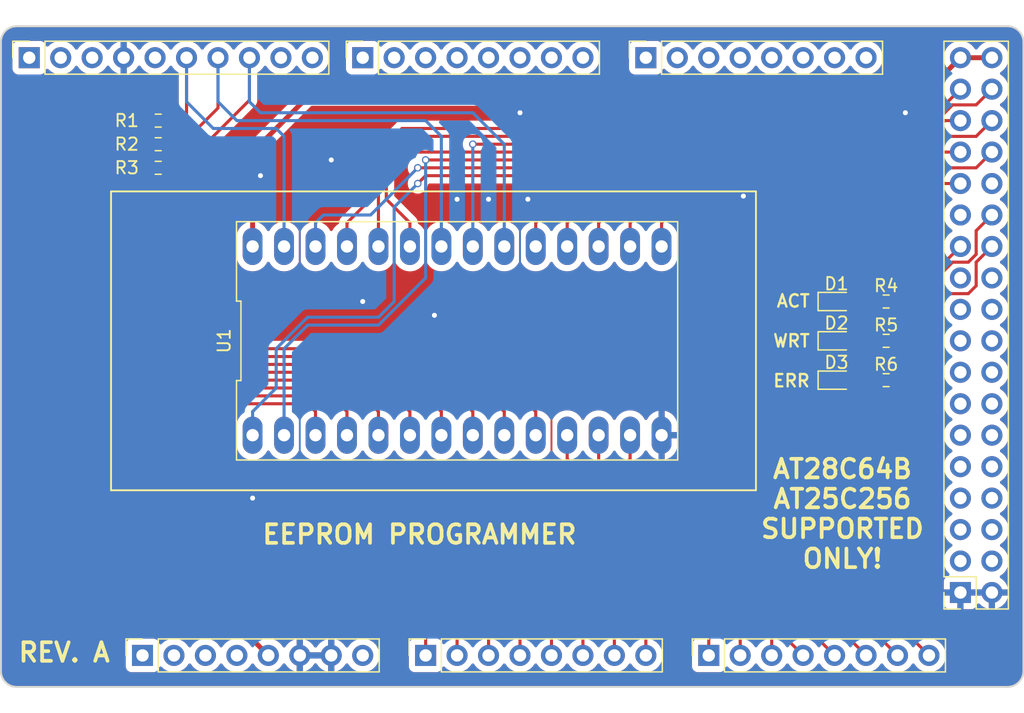
<source format=kicad_pcb>
(kicad_pcb (version 20241229) (generator "pcbnew") (generator_version "9.0")
  (title_block (date "mar. 31 mars 2015"))
  (layers (0 "F.Cu" signal) (2 "B.Cu" signal) (13 "F.Paste" user) (15 "B.Paste" user) (5 "F.SilkS" user "F.Silkscreen") (7 "B.SilkS" user "B.Silkscreen") (1 "F.Mask" user) (3 "B.Mask" user) (25 "Edge.Cuts" user))
  (net 0 "")
  (net 1 "GND")
  (net 2 "/*52")
  (net 3 "/53")
  (net 4 "/50")
  (net 5 "/51")
  (net 6 "/48")
  (net 7 "/49")
  (net 8 "/*46")
  (net 9 "/47")
  (net 10 "/*44")
  (net 11 "/*45")
  (net 12 "/42")
  (net 13 "/43")
  (net 14 "/40")
  (net 15 "/41")
  (net 16 "/38")
  (net 17 "/39")
  (net 18 "/36")
  (net 19 "/37")
  (net 20 "/34")
  (net 21 "/35")
  (net 22 "/30")
  (net 23 "/29")
  (net 24 "+5V")
  (net 25 "/IOREF")
  (net 26 "/A0")
  (net 27 "/A1")
  (net 28 "/A2")
  (net 29 "/A3")
  (net 30 "/A4")
  (net 31 "/A5")
  (net 32 "/A6")
  (net 33 "/A7")
  (net 34 "/AREF")
  (net 35 "/*13")
  (net 36 "/*9")
  (net 37 "/*8")
  (net 38 "/*7")
  (net 39 "/*6")
  (net 40 "/*5")
  (net 41 "/*4")
  (net 42 "/*3")
  (net 43 "/*2")
  (net 44 "/TX0{slash}1")
  (net 45 "/RX0{slash}0")
  (net 46 "+3V3")
  (net 47 "/TX3{slash}14")
  (net 48 "/RX3{slash}15")
  (net 49 "/TX2{slash}16")
  (net 50 "/RX2{slash}17")
  (net 51 "/TX1{slash}18")
  (net 52 "/RX1{slash}19")
  (net 53 "/SDA{slash}20")
  (net 54 "/SCL{slash}21")
  (net 55 "VCC")
  (net 56 "/~{RESET}")
  (net 58 "/Data5")
  (net 59 "/Data6")
  (net 60 "/Data3")
  (net 61 "/Data4")
  (net 62 "/Data7")
  (net 63 "/Data0")
  (net 64 "/Data1")
  (net 65 "/Data2")
  (net 66 "/A14")
  (net 67 "/A13")
  (net 68 "/A9")
  (net 69 "/A11")
  (net 70 "/A10")
  (net 71 "/A8")
  (net 72 "/A12")
  (net 73 "/~{WE}")
  (net 74 "/~{CE}")
  (net 75 "/~{OE}")
  (net 76 "/LED_write")
  (net 77 "/LED_error")
  (net 78 "/LED_active")
  (net 79 "Net-(D1-A)")
  (net 80 "Net-(D2-A)")
  (net 81 "Net-(D3-A)")
  (footprint "Connector_PinSocket_2.54mm:PinSocket_2x18_P2.54mm_Vertical" (layer "F.Cu") (at 177.47 92.38 180)
    (property "Reference" "J7" (hide yes))
    (property "Value" "Digital")
    (pad "1" thru_hole rect (at 0 0 180) (size 1.7 1.7) (drill 1) (layers "*.Cu" "*.Mask") (net 1 "GND"))
    (pad "2" thru_hole oval (at -2.54 0 180) (size 1.7 1.7) (drill 1) (layers "*.Cu" "*.Mask") (net 1 "GND"))
    (pad "3" thru_hole oval (at 0 2.54 180) (size 1.7 1.7) (drill 1) (layers "*.Cu" "*.Mask") (net 2 "/*52"))
    (pad "4" thru_hole oval (at -2.54 2.54 180) (size 1.7 1.7) (drill 1) (layers "*.Cu" "*.Mask") (net 3 "/53"))
    (pad "5" thru_hole oval (at 0 5.08 180) (size 1.7 1.7) (drill 1) (layers "*.Cu" "*.Mask") (net 4 "/50"))
    (pad "6" thru_hole oval (at -2.54 5.08 180) (size 1.7 1.7) (drill 1) (layers "*.Cu" "*.Mask") (net 5 "/51"))
    (pad "7" thru_hole oval (at 0 7.62 180) (size 1.7 1.7) (drill 1) (layers "*.Cu" "*.Mask") (net 6 "/48"))
    (pad "8" thru_hole oval (at -2.54 7.62 180) (size 1.7 1.7) (drill 1) (layers "*.Cu" "*.Mask") (net 7 "/49"))
    (pad "9" thru_hole oval (at 0 10.16 180) (size 1.7 1.7) (drill 1) (layers "*.Cu" "*.Mask") (net 8 "/*46"))
    (pad "10" thru_hole oval (at -2.54 10.16 180) (size 1.7 1.7) (drill 1) (layers "*.Cu" "*.Mask") (net 9 "/47"))
    (pad "11" thru_hole oval (at 0 12.7 180) (size 1.7 1.7) (drill 1) (layers "*.Cu" "*.Mask") (net 10 "/*44"))
    (pad "12" thru_hole oval (at -2.54 12.7 180) (size 1.7 1.7) (drill 1) (layers "*.Cu" "*.Mask") (net 11 "/*45"))
    (pad "13" thru_hole oval (at 0 15.24 180) (size 1.7 1.7) (drill 1) (layers "*.Cu" "*.Mask") (net 12 "/42"))
    (pad "14" thru_hole oval (at -2.54 15.24 180) (size 1.7 1.7) (drill 1) (layers "*.Cu" "*.Mask") (net 13 "/43"))
    (pad "15" thru_hole oval (at 0 17.78 180) (size 1.7 1.7) (drill 1) (layers "*.Cu" "*.Mask") (net 14 "/40"))
    (pad "16" thru_hole oval (at -2.54 17.78 180) (size 1.7 1.7) (drill 1) (layers "*.Cu" "*.Mask") (net 15 "/41"))
    (pad "17" thru_hole oval (at 0 20.32 180) (size 1.7 1.7) (drill 1) (layers "*.Cu" "*.Mask") (net 16 "/38"))
    (pad "18" thru_hole oval (at -2.54 20.32 180) (size 1.7 1.7) (drill 1) (layers "*.Cu" "*.Mask") (net 17 "/39"))
    (pad "19" thru_hole oval (at 0 22.86 180) (size 1.7 1.7) (drill 1) (layers "*.Cu" "*.Mask") (net 18 "/36"))
    (pad "20" thru_hole oval (at -2.54 22.86 180) (size 1.7 1.7) (drill 1) (layers "*.Cu" "*.Mask") (net 19 "/37"))
    (pad "21" thru_hole oval (at 0 25.4 180) (size 1.7 1.7) (drill 1) (layers "*.Cu" "*.Mask") (net 20 "/34"))
    (pad "22" thru_hole oval (at -2.54 25.4 180) (size 1.7 1.7) (drill 1) (layers "*.Cu" "*.Mask") (net 21 "/35"))
    (pad "23" thru_hole oval (at 0 27.94 180) (size 1.7 1.7) (drill 1) (layers "*.Cu" "*.Mask") (net 78 "/LED_active"))
    (pad "24" thru_hole oval (at -2.54 27.94 180) (size 1.7 1.7) (drill 1) (layers "*.Cu" "*.Mask") (net 77 "/LED_error"))
    (pad "25" thru_hole oval (at 0 30.48 180) (size 1.7 1.7) (drill 1) (layers "*.Cu" "*.Mask") (net 22 "/30"))
    (pad "26" thru_hole oval (at -2.54 30.48 180) (size 1.7 1.7) (drill 1) (layers "*.Cu" "*.Mask") (net 76 "/LED_write"))
    (pad "27" thru_hole oval (at 0 33.02 180) (size 1.7 1.7) (drill 1) (layers "*.Cu" "*.Mask") (net 66 "/A14"))
    (pad "28" thru_hole oval (at -2.54 33.02 180) (size 1.7 1.7) (drill 1) (layers "*.Cu" "*.Mask") (net 23 "/29"))
    (pad "29" thru_hole oval (at 0 35.56 180) (size 1.7 1.7) (drill 1) (layers "*.Cu" "*.Mask") (net 72 "/A12"))
    (pad "30" thru_hole oval (at -2.54 35.56 180) (size 1.7 1.7) (drill 1) (layers "*.Cu" "*.Mask") (net 67 "/A13"))
    (pad "31" thru_hole oval (at 0 38.1 180) (size 1.7 1.7) (drill 1) (layers "*.Cu" "*.Mask") (net 70 "/A10"))
    (pad "32" thru_hole oval (at -2.54 38.1 180) (size 1.7 1.7) (drill 1) (layers "*.Cu" "*.Mask") (net 69 "/A11"))
    (pad "33" thru_hole oval (at 0 40.64 180) (size 1.7 1.7) (drill 1) (layers "*.Cu" "*.Mask") (net 71 "/A8"))
    (pad "34" thru_hole oval (at -2.54 40.64 180) (size 1.7 1.7) (drill 1) (layers "*.Cu" "*.Mask") (net 68 "/A9"))
    (pad "35" thru_hole oval (at 0 43.18 180) (size 1.7 1.7) (drill 1) (layers "*.Cu" "*.Mask") (net 24 "+5V"))
    (pad "36" thru_hole oval (at -2.54 43.18 180) (size 1.7 1.7) (drill 1) (layers "*.Cu" "*.Mask") (net 24 "+5V"))
  )
  (footprint "Connector_PinSocket_2.54mm:PinSocket_1x08_P2.54mm_Vertical" (layer "F.Cu") (at 111.43 97.46 90)
    (property "Reference" "J1" (hide yes))
    (property "Value" "Power")
    (pad "1" thru_hole rect (at 0 0 90) (size 1.7 1.7) (drill 1) (layers "*.Cu" "*.Mask"))
    (pad "2" thru_hole oval (at 0 2.54 90) (size 1.7 1.7) (drill 1) (layers "*.Cu" "*.Mask") (net 25 "/IOREF"))
    (pad "3" thru_hole oval (at 0 5.08 90) (size 1.7 1.7) (drill 1) (layers "*.Cu" "*.Mask") (net 56 "/~{RESET}"))
    (pad "4" thru_hole oval (at 0 7.62 90) (size 1.7 1.7) (drill 1) (layers "*.Cu" "*.Mask") (net 46 "+3V3"))
    (pad "5" thru_hole oval (at 0 10.16 90) (size 1.7 1.7) (drill 1) (layers "*.Cu" "*.Mask") (net 24 "+5V"))
    (pad "6" thru_hole oval (at 0 12.7 90) (size 1.7 1.7) (drill 1) (layers "*.Cu" "*.Mask") (net 1 "GND"))
    (pad "7" thru_hole oval (at 0 15.24 90) (size 1.7 1.7) (drill 1) (layers "*.Cu" "*.Mask") (net 1 "GND"))
    (pad "8" thru_hole oval (at 0 17.78 90) (size 1.7 1.7) (drill 1) (layers "*.Cu" "*.Mask") (net 55 "VCC"))
  )
  (footprint "Connector_PinSocket_2.54mm:PinSocket_1x08_P2.54mm_Vertical" (layer "F.Cu") (at 134.29 97.46 90)
    (property "Reference" "J3" (hide yes))
    (property "Value" "Analog")
    (pad "1" thru_hole rect (at 0 0 90) (size 1.7 1.7) (drill 1) (layers "*.Cu" "*.Mask") (net 26 "/A0"))
    (pad "2" thru_hole oval (at 0 2.54 90) (size 1.7 1.7) (drill 1) (layers "*.Cu" "*.Mask") (net 27 "/A1"))
    (pad "3" thru_hole oval (at 0 5.08 90) (size 1.7 1.7) (drill 1) (layers "*.Cu" "*.Mask") (net 28 "/A2"))
    (pad "4" thru_hole oval (at 0 7.62 90) (size 1.7 1.7) (drill 1) (layers "*.Cu" "*.Mask") (net 29 "/A3"))
    (pad "5" thru_hole oval (at 0 10.16 90) (size 1.7 1.7) (drill 1) (layers "*.Cu" "*.Mask") (net 30 "/A4"))
    (pad "6" thru_hole oval (at 0 12.7 90) (size 1.7 1.7) (drill 1) (layers "*.Cu" "*.Mask") (net 31 "/A5"))
    (pad "7" thru_hole oval (at 0 15.24 90) (size 1.7 1.7) (drill 1) (layers "*.Cu" "*.Mask") (net 32 "/A6"))
    (pad "8" thru_hole oval (at 0 17.78 90) (size 1.7 1.7) (drill 1) (layers "*.Cu" "*.Mask") (net 33 "/A7"))
  )
  (footprint "Connector_PinSocket_2.54mm:PinSocket_1x08_P2.54mm_Vertical" (layer "F.Cu") (at 157.15 97.46 90)
    (property "Reference" "J5" (hide yes))
    (property "Value" "Analog")
    (pad "1" thru_hole rect (at 0 0 90) (size 1.7 1.7) (drill 1) (layers "*.Cu" "*.Mask") (net 63 "/Data0"))
    (pad "2" thru_hole oval (at 0 2.54 90) (size 1.7 1.7) (drill 1) (layers "*.Cu" "*.Mask") (net 64 "/Data1"))
    (pad "3" thru_hole oval (at 0 5.08 90) (size 1.7 1.7) (drill 1) (layers "*.Cu" "*.Mask") (net 65 "/Data2"))
    (pad "4" thru_hole oval (at 0 7.62 90) (size 1.7 1.7) (drill 1) (layers "*.Cu" "*.Mask") (net 60 "/Data3"))
    (pad "5" thru_hole oval (at 0 10.16 90) (size 1.7 1.7) (drill 1) (layers "*.Cu" "*.Mask") (net 61 "/Data4"))
    (pad "6" thru_hole oval (at 0 12.7 90) (size 1.7 1.7) (drill 1) (layers "*.Cu" "*.Mask") (net 58 "/Data5"))
    (pad "7" thru_hole oval (at 0 15.24 90) (size 1.7 1.7) (drill 1) (layers "*.Cu" "*.Mask") (net 59 "/Data6"))
    (pad "8" thru_hole oval (at 0 17.78 90) (size 1.7 1.7) (drill 1) (layers "*.Cu" "*.Mask") (net 62 "/Data7"))
  )
  (footprint "Connector_PinSocket_2.54mm:PinSocket_1x10_P2.54mm_Vertical" (layer "F.Cu") (at 102.286 49.2 90)
    (property "Reference" "J2" (hide yes))
    (property "Value" "PWM")
    (pad "1" thru_hole rect (at 0 0 90) (size 1.7 1.7) (drill 1) (layers "*.Cu" "*.Mask") (net 54 "/SCL{slash}21"))
    (pad "2" thru_hole oval (at 0 2.54 90) (size 1.7 1.7) (drill 1) (layers "*.Cu" "*.Mask") (net 53 "/SDA{slash}20"))
    (pad "3" thru_hole oval (at 0 5.08 90) (size 1.7 1.7) (drill 1) (layers "*.Cu" "*.Mask") (net 34 "/AREF"))
    (pad "4" thru_hole oval (at 0 7.62 90) (size 1.7 1.7) (drill 1) (layers "*.Cu" "*.Mask") (net 1 "GND"))
    (pad "5" thru_hole oval (at 0 10.16 90) (size 1.7 1.7) (drill 1) (layers "*.Cu" "*.Mask") (net 35 "/*13"))
    (pad "6" thru_hole oval (at 0 12.7 90) (size 1.7 1.7) (drill 1) (layers "*.Cu" "*.Mask") (net 73 "/~{WE}"))
    (pad "7" thru_hole oval (at 0 15.24 90) (size 1.7 1.7) (drill 1) (layers "*.Cu" "*.Mask") (net 75 "/~{OE}"))
    (pad "8" thru_hole oval (at 0 17.78 90) (size 1.7 1.7) (drill 1) (layers "*.Cu" "*.Mask") (net 74 "/~{CE}"))
    (pad "9" thru_hole oval (at 0 20.32 90) (size 1.7 1.7) (drill 1) (layers "*.Cu" "*.Mask") (net 36 "/*9"))
    (pad "10" thru_hole oval (at 0 22.86 90) (size 1.7 1.7) (drill 1) (layers "*.Cu" "*.Mask") (net 37 "/*8"))
  )
  (footprint "Connector_PinSocket_2.54mm:PinSocket_1x08_P2.54mm_Vertical" (layer "F.Cu") (at 129.21 49.2 90)
    (property "Reference" "J4" (hide yes))
    (property "Value" "PWM")
    (pad "1" thru_hole rect (at 0 0 90) (size 1.7 1.7) (drill 1) (layers "*.Cu" "*.Mask") (net 38 "/*7"))
    (pad "2" thru_hole oval (at 0 2.54 90) (size 1.7 1.7) (drill 1) (layers "*.Cu" "*.Mask") (net 39 "/*6"))
    (pad "3" thru_hole oval (at 0 5.08 90) (size 1.7 1.7) (drill 1) (layers "*.Cu" "*.Mask") (net 40 "/*5"))
    (pad "4" thru_hole oval (at 0 7.62 90) (size 1.7 1.7) (drill 1) (layers "*.Cu" "*.Mask") (net 41 "/*4"))
    (pad "5" thru_hole oval (at 0 10.16 90) (size 1.7 1.7) (drill 1) (layers "*.Cu" "*.Mask") (net 42 "/*3"))
    (pad "6" thru_hole oval (at 0 12.7 90) (size 1.7 1.7) (drill 1) (layers "*.Cu" "*.Mask") (net 43 "/*2"))
    (pad "7" thru_hole oval (at 0 15.24 90) (size 1.7 1.7) (drill 1) (layers "*.Cu" "*.Mask") (net 44 "/TX0{slash}1"))
    (pad "8" thru_hole oval (at 0 17.78 90) (size 1.7 1.7) (drill 1) (layers "*.Cu" "*.Mask") (net 45 "/RX0{slash}0"))
  )
  (footprint "Connector_PinSocket_2.54mm:PinSocket_1x08_P2.54mm_Vertical" (layer "F.Cu") (at 152.07 49.2 90)
    (property "Reference" "J6" (hide yes))
    (property "Value" "Communication")
    (pad "1" thru_hole rect (at 0 0 90) (size 1.7 1.7) (drill 1) (layers "*.Cu" "*.Mask") (net 47 "/TX3{slash}14"))
    (pad "2" thru_hole oval (at 0 2.54 90) (size 1.7 1.7) (drill 1) (layers "*.Cu" "*.Mask") (net 48 "/RX3{slash}15"))
    (pad "3" thru_hole oval (at 0 5.08 90) (size 1.7 1.7) (drill 1) (layers "*.Cu" "*.Mask") (net 49 "/TX2{slash}16"))
    (pad "4" thru_hole oval (at 0 7.62 90) (size 1.7 1.7) (drill 1) (layers "*.Cu" "*.Mask") (net 50 "/RX2{slash}17"))
    (pad "5" thru_hole oval (at 0 10.16 90) (size 1.7 1.7) (drill 1) (layers "*.Cu" "*.Mask") (net 51 "/TX1{slash}18"))
    (pad "6" thru_hole oval (at 0 12.7 90) (size 1.7 1.7) (drill 1) (layers "*.Cu" "*.Mask") (net 52 "/RX1{slash}19"))
    (pad "7" thru_hole oval (at 0 15.24 90) (size 1.7 1.7) (drill 1) (layers "*.Cu" "*.Mask") (net 53 "/SDA{slash}20"))
    (pad "8" thru_hole oval (at 0 17.78 90) (size 1.7 1.7) (drill 1) (layers "*.Cu" "*.Mask") (net 54 "/SCL{slash}21"))
  )
  (footprint "Resistor_SMD:R_0603_1608Metric" (layer "F.Cu") (at 171.4725 72.06 180)
    (property "Reference" "R5" (at 0 1.27 0) (layer "F.SilkS"))
    (property "Value" "R")
    (pad "1" smd roundrect (at -0.825 0 180) (size 0.8 0.95) (layers "F.Cu" "F.Mask" "F.Paste") (net 76 "/LED_write"))
    (pad "2" smd roundrect (at 0.825 0 180) (size 0.8 0.95) (layers "F.Cu" "F.Mask" "F.Paste") (net 80 "Net-(D2-A)"))
  )
  (footprint "LED_SMD:LED_0603_1608Metric" (layer "F.Cu") (at 167.4625 75.235)
    (property "Reference" "D3" (at 0 -1.43 0) (layer "F.SilkS"))
    (property "Value" "LED")
    (pad "1" smd roundrect (at -0.7875 0) (size 0.875 0.95) (layers "F.Cu" "F.Mask" "F.Paste") (net 1 "GND"))
    (pad "2" smd roundrect (at 0.7875 0) (size 0.875 0.95) (layers "F.Cu" "F.Mask" "F.Paste") (net 81 "Net-(D3-A)"))
  )
  (footprint "LED_SMD:LED_0603_1608Metric" (layer "F.Cu") (at 167.4625 72.06)
    (property "Reference" "D2" (at 0 -1.43 0) (layer "F.SilkS"))
    (property "Value" "LED")
    (pad "1" smd roundrect (at -0.7875 0) (size 0.875 0.95) (layers "F.Cu" "F.Mask" "F.Paste") (net 1 "GND"))
    (pad "2" smd roundrect (at 0.7875 0) (size 0.875 0.95) (layers "F.Cu" "F.Mask" "F.Paste") (net 80 "Net-(D2-A)"))
  )
  (footprint "Resistor_SMD:R_0603_1608Metric" (layer "F.Cu") (at 112.7 58.09)
    (property "Reference" "R3" (at -2.54 0 0) (layer "F.SilkS"))
    (property "Value" "R")
    (pad "1" smd roundrect (at -0.825 0) (size 0.8 0.95) (layers "F.Cu" "F.Mask" "F.Paste") (net 24 "+5V"))
    (pad "2" smd roundrect (at 0.825 0) (size 0.8 0.95) (layers "F.Cu" "F.Mask" "F.Paste") (net 74 "/~{CE}"))
  )
  (footprint "customs-fp:DIP-28_600_ELL" (layer "F.Cu") (at 136.83 72.06)
    (property "Reference" "U1" (at -18.81 0 90) (layer "F.SilkS"))
    (property "Value" "~" (hide yes))
    (pad "1" thru_hole oval (at -16.51 7.62) (size 1.6 3) (drill 1) (layers "*.Cu" "*.Mask") (net 66 "/A14"))
    (pad "2" thru_hole oval (at -13.97 7.62) (size 1.6 3) (drill 1) (layers "*.Cu" "*.Mask") (net 72 "/A12"))
    (pad "3" thru_hole oval (at -11.43 7.62) (size 1.6 3) (drill 1) (layers "*.Cu" "*.Mask") (net 33 "/A7"))
    (pad "4" thru_hole oval (at -8.89 7.62) (size 1.6 3) (drill 1) (layers "*.Cu" "*.Mask") (net 32 "/A6"))
    (pad "5" thru_hole oval (at -6.35 7.62) (size 1.6 3) (drill 1) (layers "*.Cu" "*.Mask") (net 31 "/A5"))
    (pad "6" thru_hole oval (at -3.81 7.62) (size 1.6 3) (drill 1) (layers "*.Cu" "*.Mask") (net 30 "/A4"))
    (pad "7" thru_hole oval (at -1.27 7.62) (size 1.6 3) (drill 1) (layers "*.Cu" "*.Mask") (net 29 "/A3"))
    (pad "8" thru_hole oval (at 1.27 7.62) (size 1.6 3) (drill 1) (layers "*.Cu" "*.Mask") (net 28 "/A2"))
    (pad "9" thru_hole oval (at 3.81 7.62) (size 1.6 3) (drill 1) (layers "*.Cu" "*.Mask") (net 27 "/A1"))
    (pad "10" thru_hole oval (at 6.35 7.62) (size 1.6 3) (drill 1) (layers "*.Cu" "*.Mask") (net 26 "/A0"))
    (pad "11" thru_hole oval (at 8.89 7.62) (size 1.6 3) (drill 1) (layers "*.Cu" "*.Mask") (net 63 "/Data0"))
    (pad "12" thru_hole oval (at 11.43 7.62) (size 1.6 3) (drill 1) (layers "*.Cu" "*.Mask") (net 64 "/Data1"))
    (pad "13" thru_hole oval (at 13.97 7.62) (size 1.6 3) (drill 1) (layers "*.Cu" "*.Mask") (net 65 "/Data2"))
    (pad "14" thru_hole oval (at 16.51 7.62) (size 1.6 3) (drill 1) (layers "*.Cu" "*.Mask") (net 1 "GND"))
    (pad "15" thru_hole oval (at 16.51 -7.62) (size 1.6 3) (drill 1) (layers "*.Cu" "*.Mask") (net 60 "/Data3"))
    (pad "16" thru_hole oval (at 13.97 -7.62) (size 1.6 3) (drill 1) (layers "*.Cu" "*.Mask") (net 61 "/Data4"))
    (pad "17" thru_hole oval (at 11.43 -7.62) (size 1.6 3) (drill 1) (layers "*.Cu" "*.Mask") (net 58 "/Data5"))
    (pad "18" thru_hole oval (at 8.89 -7.62) (size 1.6 3) (drill 1) (layers "*.Cu" "*.Mask") (net 59 "/Data6"))
    (pad "19" thru_hole oval (at 6.35 -7.62) (size 1.6 3) (drill 1) (layers "*.Cu" "*.Mask") (net 62 "/Data7"))
    (pad "20" thru_hole oval (at 3.81 -7.62) (size 1.6 3) (drill 1) (layers "*.Cu" "*.Mask") (net 74 "/~{CE}"))
    (pad "21" thru_hole oval (at 1.27 -7.62) (size 1.6 3) (drill 1) (layers "*.Cu" "*.Mask") (net 70 "/A10"))
    (pad "22" thru_hole oval (at -1.27 -7.62) (size 1.6 3) (drill 1) (layers "*.Cu" "*.Mask") (net 75 "/~{OE}"))
    (pad "23" thru_hole oval (at -3.81 -7.62) (size 1.6 3) (drill 1) (layers "*.Cu" "*.Mask") (net 69 "/A11"))
    (pad "24" thru_hole oval (at -6.35 -7.62) (size 1.6 3) (drill 1) (layers "*.Cu" "*.Mask") (net 68 "/A9"))
    (pad "25" thru_hole oval (at -8.89 -7.62) (size 1.6 3) (drill 1) (layers "*.Cu" "*.Mask") (net 71 "/A8"))
    (pad "26" thru_hole oval (at -11.43 -7.62) (size 1.6 3) (drill 1) (layers "*.Cu" "*.Mask") (net 67 "/A13"))
    (pad "27" thru_hole oval (at -13.97 -7.62) (size 1.6 3) (drill 1) (layers "*.Cu" "*.Mask") (net 73 "/~{WE}"))
    (pad "28" thru_hole oval (at -16.51 -7.62) (size 1.6 3) (drill 1) (layers "*.Cu" "*.Mask") (net 24 "+5V"))
  )
  (footprint "Resistor_SMD:R_0603_1608Metric" (layer "F.Cu") (at 112.7 54.28)
    (property "Reference" "R1" (at -2.54 0 0) (layer "F.SilkS"))
    (property "Value" "R")
    (pad "1" smd roundrect (at -0.825 0) (size 0.8 0.95) (layers "F.Cu" "F.Mask" "F.Paste") (net 24 "+5V"))
    (pad "2" smd roundrect (at 0.825 0) (size 0.8 0.95) (layers "F.Cu" "F.Mask" "F.Paste") (net 73 "/~{WE}"))
  )
  (footprint "LED_SMD:LED_0603_1608Metric" (layer "F.Cu") (at 167.4625 68.885)
    (property "Reference" "D1" (at 0 -1.43 0) (layer "F.SilkS"))
    (property "Value" "LED")
    (pad "1" smd roundrect (at -0.7875 0) (size 0.875 0.95) (layers "F.Cu" "F.Mask" "F.Paste") (net 1 "GND"))
    (pad "2" smd roundrect (at 0.7875 0) (size 0.875 0.95) (layers "F.Cu" "F.Mask" "F.Paste") (net 79 "Net-(D1-A)"))
  )
  (footprint "Resistor_SMD:R_0603_1608Metric" (layer "F.Cu") (at 171.4725 68.885 180)
    (property "Reference" "R4" (at 0 1.27 0) (layer "F.SilkS"))
    (property "Value" "R")
    (pad "1" smd roundrect (at -0.825 0 180) (size 0.8 0.95) (layers "F.Cu" "F.Mask" "F.Paste") (net 78 "/LED_active"))
    (pad "2" smd roundrect (at 0.825 0 180) (size 0.8 0.95) (layers "F.Cu" "F.Mask" "F.Paste") (net 79 "Net-(D1-A)"))
  )
  (footprint "Resistor_SMD:R_0603_1608Metric" (layer "F.Cu") (at 171.4725 75.235 180)
    (property "Reference" "R6" (at 0 1.27 0) (layer "F.SilkS"))
    (property "Value" "R")
    (pad "1" smd roundrect (at -0.825 0 180) (size 0.8 0.95) (layers "F.Cu" "F.Mask" "F.Paste") (net 77 "/LED_error"))
    (pad "2" smd roundrect (at 0.825 0 180) (size 0.8 0.95) (layers "F.Cu" "F.Mask" "F.Paste") (net 81 "Net-(D3-A)"))
  )
  (footprint "Resistor_SMD:R_0603_1608Metric" (layer "F.Cu") (at 112.7 56.185)
    (property "Reference" "R2" (at -2.54 0 0) (layer "F.SilkS"))
    (property "Value" "R")
    (pad "1" smd roundrect (at -0.825 0) (size 0.8 0.95) (layers "F.Cu" "F.Mask" "F.Paste") (net 24 "+5V"))
    (pad "2" smd roundrect (at 0.825 0) (size 0.8 0.95) (layers "F.Cu" "F.Mask" "F.Paste") (net 75 "/~{OE}"))
  )
  (gr_line (start 134.29 62.535) (end 134.29 66.345) (stroke (width 0.15)) (layer "F.Cu") (net 1))
  (gr_line (start 144.45 77.14) (end 144.45 82.22) (stroke (width 0.15)) (layer "F.Cu") (net 1))
  (gr_line (start 124.13 61.9) (end 124.13 66.98) (stroke (width 0.15)) (layer "F.Cu") (net 1))
  (gr_line (start 141.91 66.345) (end 141.91 61.9) (stroke (width 0.15)) (layer "F.Cu") (net 1))
  (gr_line (start 124.13 61.9) (end 124.13 66.98) (stroke (width 0.15)) (layer "B.Cu") (net 1))
  (gr_line (start 124.13 77.775) (end 124.13 81.585) (stroke (width 0.15)) (layer "B.Cu") (net 1))
  (gr_line (start 141.91 62.535) (end 141.91 66.345) (stroke (width 0.15)) (layer "B.Cu") (net 1))
  (gr_line (start 160.96 59.995) (end 108.89 59.995) (stroke (width 0.15)) (layer "F.SilkS"))
  (gr_line (start 160.96 59.995) (end 160.96 84.125) (stroke (width 0.15)) (layer "F.SilkS"))
  (gr_line (start 108.89 84.125) (end 108.89 59.995) (stroke (width 0.15)) (layer "F.SilkS"))
  (gr_line (start 160.96 84.125) (end 108.89 84.125) (stroke (width 0.15)) (layer "F.SilkS"))
  (gr_arc (start 100 47.93) (mid 100.371974 47.031974) (end 101.27 46.66) (stroke (width 0.15)) (layer "Edge.Cuts"))
  (gr_line (start 101.27 100) (end 181.28 100) (stroke (width 0.15)) (layer "Edge.Cuts"))
  (gr_arc (start 101.27 100) (mid 100.371974 99.628026) (end 100 98.73) (stroke (width 0.15)) (layer "Edge.Cuts"))
  (gr_line (start 182.55 98.73) (end 182.55 47.93) (stroke (width 0.15)) (layer "Edge.Cuts"))
  (gr_line (start 181.28 46.66) (end 101.27 46.66) (stroke (width 0.15)) (layer "Edge.Cuts"))
  (gr_arc (start 182.55 98.73) (mid 182.178026 99.628026) (end 181.28 100) (stroke (width 0.15)) (layer "Edge.Cuts"))
  (gr_arc (start 181.28 46.66) (mid 182.178026 47.031974) (end 182.55 47.93) (stroke (width 0.15)) (layer "Edge.Cuts"))
  (gr_line (start 100 47.93) (end 100 98.73) (stroke (width 0.15)) (layer "Edge.Cuts"))
  (gr_text "ACT\n\nWRT\n\nERR" (at 165.405 75.87 0) (layer "F.SilkS") (effects (font (size 1 1) (thickness 0.1875)) (justify right bottom)))
  (gr_text "AT28C64B\nAT25C256\nSUPPORTED\nONLY!" (at 167.945 86.03 0) (layer "F.SilkS") (effects (font (size 1.5 1.5) (thickness 0.3) (bold yes))))
  (gr_text "EEPROM PROGRAMMER" (at 120.955 88.57 0) (layer "F.SilkS") (effects (font (size 1.5 1.5) (thickness 0.3) (bold yes)) (justify left bottom)))
  (gr_text "REV. A" (at 101.27 98.095 0) (layer "F.SilkS") (effects (font (size 1.5 1.5) (thickness 0.3) (bold yes)) (justify left bottom)))
  (via (at 129.21 68.885) (size 0.6) (drill 0.4) (layers "F.Cu" "B.Cu") (net 1))
  (via (at 159.944 60.376) (size 0.6) (drill 0.4) (layers "F.Cu" "B.Cu") (net 1))
  (via (at 120.955 58.725) (size 0.6) (drill 0.4) (layers "F.Cu" "B.Cu") (net 1))
  (via (at 141.91 53.645) (size 0.6) (drill 0.4) (layers "F.Cu" "B.Cu") (net 1))
  (via (at 135 70) (size 0.6) (drill 0.4) (layers "F.Cu" "B.Cu") (net 1))
  (via (at 120.32 84.76) (size 0.6) (drill 0.4) (layers "F.Cu" "B.Cu") (net 1))
  (via (at 142.545 60.63) (size 0.6) (drill 0.4) (layers "F.Cu" "B.Cu") (net 1))
  (via (at 126.67 57.455) (size 0.6) (drill 0.4) (layers "F.Cu" "B.Cu") (net 1))
  (via (at 136.83 60.63) (size 0.6) (drill 0.4) (layers "F.Cu" "B.Cu") (net 1))
  (via (at 173.025 53.645) (size 0.6) (drill 0.4) (layers "F.Cu" "B.Cu") (net 1))
  (via (at 139.37 60.63) (size 0.6) (drill 0.4) (layers "F.Cu" "B.Cu") (net 1))
  (segment (start 109.525 56.185) (end 109.525 57.455) (width 0.25) (layer "F.Cu") (net 24))
  (segment (start 120.32 64.44) (end 120.32 60.63) (width 0.4) (layer "F.Cu") (net 24))
  (segment (start 174.295 52.375) (end 124.765 52.375) (width 0.4) (layer "F.Cu") (net 24))
  (segment (start 177.47 49.2) (end 174.295 52.375) (width 0.4) (layer "F.Cu") (net 24))
  (segment (start 120.32 60.63) (end 118.415 58.725) (width 0.4) (layer "F.Cu") (net 24))
  (segment (start 111.875 54.28) (end 110.16 54.28) (width 0.25) (layer "F.Cu") (net 24))
  (segment (start 118.415 58.725) (end 114.2875 62.8525) (width 0.4) (layer "F.Cu") (net 24))
  (segment (start 109.525 63.805) (end 111.43 65.71) (width 0.25) (layer "F.Cu") (net 24))
  (segment (start 114.2875 62.8525) (end 112.7 64.44) (width 0.4) (layer "F.Cu") (net 24))
  (segment (start 121.59 97.46) (end 110.795 86.665) (width 0.4) (layer "F.Cu") (net 24))
  (segment (start 109.525 58.09) (end 109.525 63.805) (width 0.25) (layer "F.Cu") (net 24))
  (segment (start 124.765 52.375) (end 118.415 58.725) (width 0.4) (layer "F.Cu") (net 24))
  (segment (start 109.525 57.455) (end 109.525 58.09) (width 0.25) (layer "F.Cu") (net 24))
  (segment (start 110.795 86.665) (end 110.795 66.345) (width 0.4) (layer "F.Cu") (net 24))
  (segment (start 112.7 64.44) (end 111.43 65.71) (width 0.4) (layer "F.Cu") (net 24))
  (segment (start 111.875 56.185) (end 109.525 56.185) (width 0.25) (layer "F.Cu") (net 24))
  (segment (start 110.16 58.09) (end 109.525 58.09) (width 0.25) (layer "F.Cu") (net 24))
  (segment (start 109.525 54.915) (end 109.525 56.185) (width 0.25) (layer "F.Cu") (net 24))
  (segment (start 110.16 54.28) (end 109.525 54.915) (width 0.25) (layer "F.Cu") (net 24))
  (segment (start 180.01 49.2) (end 177.47 49.2) (width 0.4) (layer "F.Cu") (net 24))
  (segment (start 111.875 58.09) (end 110.16 58.09) (width 0.25) (layer "F.Cu") (net 24))
  (segment (start 110.795 66.345) (end 111.43 65.71) (width 0.4) (layer "F.Cu") (net 24))
  (segment (start 113.335 86.04967) (end 113.335 77.75533) (width 0.25) (layer "F.Cu") (net 26))
  (segment (start 138.1 72.695) (end 143.18 77.775) (width 0.25) (layer "F.Cu") (net 26))
  (segment (start 134.29 97.46) (end 134.29 94.92) (width 0.25) (layer "F.Cu") (net 26))
  (segment (start 121.57033 94.285) (end 113.335 86.04967) (width 0.25) (layer "F.Cu") (net 26))
  (segment (start 133.655 94.285) (end 121.57033 94.285) (width 0.25) (layer "F.Cu") (net 26))
  (segment (start 143.18 77.775) (end 143.18 79.68) (width 0.25) (layer "F.Cu") (net 26))
  (segment (start 118.39533 72.695) (end 138.1 72.695) (width 0.25) (layer "F.Cu") (net 26))
  (segment (start 113.335 77.75533) (end 118.39533 72.695) (width 0.25) (layer "F.Cu") (net 26))
  (segment (start 134.29 94.92) (end 133.655 94.285) (width 0.25) (layer "F.Cu") (net 26))
  (segment (start 140.64 79.68) (end 140.64 77.775) (width 0.25) (layer "F.Cu") (net 27))
  (segment (start 136.83 94.92) (end 136.83 97.46) (width 0.25) (layer "F.Cu") (net 27))
  (segment (start 136.195 73.33) (end 118.39814 73.33) (width 0.25) (layer "F.Cu") (net 27))
  (segment (start 140.64 77.775) (end 136.195 73.33) (width 0.25) (layer "F.Cu") (net 27))
  (segment (start 135.558595 93.648595) (end 136.83 94.92) (width 0.25) (layer "F.Cu") (net 27))
  (segment (start 113.97 86.04686) (end 121.571735 93.648595) (width 0.25) (layer "F.Cu") (net 27))
  (segment (start 121.571735 93.648595) (end 135.558595 93.648595) (width 0.25) (layer "F.Cu") (net 27))
  (segment (start 118.39814 73.33) (end 113.97 77.75814) (width 0.25) (layer "F.Cu") (net 27))
  (segment (start 113.97 77.75814) (end 113.97 86.04686) (width 0.25) (layer "F.Cu") (net 27))
  (segment (start 121.57595 93.015) (end 114.605 86.04405) (width 0.25) (layer "F.Cu") (net 28))
  (segment (start 138.1 77.775) (end 138.1 79.68) (width 0.25) (layer "F.Cu") (net 28))
  (segment (start 139.37 97.46) (end 139.37 94.92) (width 0.25) (layer "F.Cu") (net 28))
  (segment (start 114.605 86.04405) (end 114.605 77.76095) (width 0.25) (layer "F.Cu") (net 28))
  (segment (start 114.605 77.76095) (end 118.40095 73.965) (width 0.25) (layer "F.Cu") (net 28))
  (segment (start 139.37 94.92) (end 137.465 93.015) (width 0.25) (layer "F.Cu") (net 28))
  (segment (start 118.40095 73.965) (end 134.29 73.965) (width 0.25) (layer "F.Cu") (net 28))
  (segment (start 134.29 73.965) (end 138.1 77.775) (width 0.25) (layer "F.Cu") (net 28))
  (segment (start 137.465 93.015) (end 121.57595 93.015) (width 0.25) (layer "F.Cu") (net 28))
  (segment (start 135.56 79.68) (end 135.56 77.775) (width 0.25) (layer "F.Cu") (net 29))
  (segment (start 141.91 94.92) (end 141.91 97.46) (width 0.25) (layer "F.Cu") (net 29))
  (segment (start 115.24 86.04124) (end 121.57876 92.38) (width 0.25) (layer "F.Cu") (net 29))
  (segment (start 139.37 92.38) (end 141.91 94.92) (width 0.25) (layer "F.Cu") (net 29))
  (segment (start 118.40376 74.6) (end 115.24 77.76376) (width 0.25) (layer "F.Cu") (net 29))
  (segment (start 115.24 77.76376) (end 115.24 86.04124) (width 0.25) (layer "F.Cu") (net 29))
  (segment (start 135.56 77.775) (end 132.385 74.6) (width 0.25) (layer "F.Cu") (net 29))
  (segment (start 121.57876 92.38) (end 139.37 92.38) (width 0.25) (layer "F.Cu") (net 29))
  (segment (start 132.385 74.6) (end 118.40376 74.6) (width 0.25) (layer "F.Cu") (net 29))
  (segment (start 133.02 77.775) (end 133.02 79.68) (width 0.25) (layer "F.Cu") (net 30))
  (segment (start 141.275 91.745) (end 121.58157 91.745) (width 0.25) (layer "F.Cu") (net 30))
  (segment (start 144.45 94.92) (end 141.275 91.745) (width 0.25) (layer "F.Cu") (net 30))
  (segment (start 118.40657 75.235) (end 130.48 75.235) (width 0.25) (layer "F.Cu") (net 30))
  (segment (start 115.875 77.76657) (end 118.40657 75.235) (width 0.25) (layer "F.Cu") (net 30))
  (segment (start 121.58157 91.745) (end 115.875 86.03843) (width 0.25) (layer "F.Cu") (net 30))
  (segment (start 130.48 75.235) (end 133.02 77.775) (width 0.25) (layer "F.Cu") (net 30))
  (segment (start 144.45 97.46) (end 144.45 94.92) (width 0.25) (layer "F.Cu") (net 30))
  (segment (start 115.875 86.03843) (end 115.875 77.76657) (width 0.25) (layer "F.Cu") (net 30))
  (segment (start 116.51 86.03562) (end 121.58438 91.11) (width 0.25) (layer "F.Cu") (net 31))
  (segment (start 130.48 79.68) (end 130.48 77.775) (width 0.25) (layer "F.Cu") (net 31))
  (segment (start 118.40938 75.87) (end 116.51 77.76938) (width 0.25) (layer "F.Cu") (net 31))
  (segment (start 116.51 77.76938) (end 116.51 86.03562) (width 0.25) (layer "F.Cu") (net 31))
  (segment (start 121.58438 91.11) (end 143.18 91.11) (width 0.25) (layer "F.Cu") (net 31))
  (segment (start 146.99 94.92) (end 146.99 97.46) (width 0.25) (layer "F.Cu") (net 31))
  (segment (start 128.575 75.87) (end 118.40938 75.87) (width 0.25) (layer "F.Cu") (net 31))
  (segment (start 143.18 91.11) (end 146.99 94.92) (width 0.25) (layer "F.Cu") (net 31))
  (segment (start 130.48 77.775) (end 128.575 75.87) (width 0.25) (layer "F.Cu") (net 31))
  (segment (start 118.41219 76.505) (end 117.145 77.77219) (width 0.25) (layer "F.Cu") (net 32))
  (segment (start 149.53 94.92) (end 149.53 97.46) (width 0.25) (layer "F.Cu") (net 32))
  (segment (start 126.67 76.505) (end 118.41219 76.505) (width 0.25) (layer "F.Cu") (net 32))
  (segment (start 121.58719 90.475) (end 145.085 90.475) (width 0.25) (layer "F.Cu") (net 32))
  (segment (start 127.94 77.775) (end 126.67 76.505) (width 0.25) (layer "F.Cu") (net 32))
  (segment (start 127.94 79.68) (end 127.94 77.775) (width 0.25) (layer "F.Cu") (net 32))
  (segment (start 117.145 77.77219) (end 117.145 86.03281) (width 0.25) (layer "F.Cu") (net 32))
  (segment (start 117.145 86.03281) (end 121.58719 90.475) (width 0.25) (layer "F.Cu") (net 32))
  (segment (start 145.085 90.475) (end 149.53 94.92) (width 0.25) (layer "F.Cu") (net 32))
  (segment (start 124.765 77.14) (end 118.415 77.14) (width 0.25) (layer "F.Cu") (net 33))
  (segment (start 125.4 77.775) (end 124.765 77.14) (width 0.25) (layer "F.Cu") (net 33))
  (segment (start 117.78 86.03) (end 121.59 89.84) (width 0.25) (layer "F.Cu") (net 33))
  (segment (start 125.4 79.68) (end 125.4 77.775) (width 0.25) (layer "F.Cu") (net 33))
  (segment (start 152.07 94.92) (end 152.07 97.46) (width 0.25) (layer "F.Cu") (net 33))
  (segment (start 121.59 89.84) (end 146.99 89.84) (width 0.25) (layer "F.Cu") (net 33))
  (segment (start 118.415 77.14) (end 117.78 77.775) (width 0.25) (layer "F.Cu") (net 33))
  (segment (start 146.99 89.84) (end 152.07 94.92) (width 0.25) (layer "F.Cu") (net 33))
  (segment (start 117.78 77.775) (end 117.78 86.03) (width 0.25) (layer "F.Cu") (net 33))
  (segment (start 156.52062 60.63) (end 150.165 60.63) (width 0.25) (layer "F.Cu") (net 58))
  (segment (start 169.85 97.46) (end 166.670785 94.280785) (width 0.25) (layer "F.Cu") (net 58))
  (segment (start 148.26 62.535) (end 148.26 64.44) (width 0.25) (layer "F.Cu") (net 58))
  (segment (start 162.869215 94.280785) (end 158.42 89.83157) (width 0.25) (layer "F.Cu") (net 58))
  (segment (start 158.42 62.52938) (end 156.52062 60.63) (width 0.25) (layer "F.Cu") (net 58))
  (segment (start 148.26 62.535) (end 150.165 60.63) (width 0.25) (layer "F.Cu") (net 58))
  (segment (start 166.670785 94.280785) (end 162.869215 94.280785) (width 0.25) (layer "F.Cu") (net 58))
  (segment (start 158.42 89.83157) (end 158.42 62.52938) (width 0.25) (layer "F.Cu") (net 58))
  (segment (start 159.055 62.52657) (end 156.52343 59.995) (width 0.25) (layer "F.Cu") (net 59))
  (segment (start 159.055 89.82876) (end 159.055 62.52657) (width 0.25) (layer "F.Cu") (net 59))
  (segment (start 172.39 97.45719) (end 168.581405 93.648595) (width 0.25) (layer "F.Cu") (net 59))
  (segment (start 168.581405 93.648595) (end 162.874835 93.648595) (width 0.25) (layer "F.Cu") (net 59))
  (segment (start 156.52343 59.995) (end 148.26 59.995) (width 0.25) (layer "F.Cu") (net 59))
  (segment (start 145.72 62.535) (end 148.26 59.995) (width 0.25) (layer "F.Cu") (net 59))
  (segment (start 162.874835 93.648595) (end 159.055 89.82876) (width 0.25) (layer "F.Cu") (net 59))
  (segment (start 145.72 62.535) (end 145.72 64.44) (width 0.25) (layer "F.Cu") (net 59))
  (segment (start 172.39 97.46) (end 172.39 97.45719) (width 0.25) (layer "F.Cu") (net 59))
  (segment (start 164.77 97.45719) (end 157.15 89.83719) (width 0.25) (layer "F.Cu") (net 60))
  (segment (start 157.15 89.83719) (end 157.15 62.535) (width 0.25) (layer "F.Cu") (net 60))
  (segment (start 156.515 61.9) (end 157.15 62.535) (width 0.25) (layer "F.Cu") (net 60))
  (segment (start 153.975 61.9) (end 156.515 61.9) (width 0.25) (layer "F.Cu") (net 60))
  (segment (start 153.34 62.535) (end 153.975 61.9) (width 0.25) (layer "F.Cu") (net 60))
  (segment (start 164.77 97.46) (end 164.77 97.45719) (width 0.25) (layer "F.Cu") (net 60))
  (segment (start 153.34 62.535) (end 153.34 64.44) (width 0.25) (layer "F.Cu") (net 60))
  (segment (start 156.51781 61.265) (end 152.07 61.265) (width 0.25) (layer "F.Cu") (net 61))
  (segment (start 157.785 62.53219) (end 156.51781 61.265) (width 0.25) (layer "F.Cu") (net 61))
  (segment (start 162.86781 94.91719) (end 157.785 89.83438) (width 0.25) (layer "F.Cu") (net 61))
  (segment (start 167.31 97.46) (end 164.76719 94.91719) (width 0.25) (layer "F.Cu") (net 61))
  (segment (start 150.8 62.535) (end 150.8 64.44) (width 0.25) (layer "F.Cu") (net 61))
  (segment (start 150.8 62.535) (end 152.07 61.265) (width 0.25) (layer "F.Cu") (net 61))
  (segment (start 164.76719 94.91719) (end 162.86781 94.91719) (width 0.25) (layer "F.Cu") (net 61))
  (segment (start 157.785 89.83438) (end 157.785 62.53219) (width 0.25) (layer "F.Cu") (net 61))
  (segment (start 162.872025 93.007975) (end 170.477975 93.007975) (width 0.25) (layer "F.Cu") (net 62))
  (segment (start 156.52624 59.36) (end 159.69 62.52376) (width 0.25) (layer "F.Cu") (net 62))
  (segment (start 143.18 62.535) (end 146.355 59.36) (width 0.25) (layer "F.Cu") (net 62))
  (segment (start 159.69 89.82595) (end 162.872025 93.007975) (width 0.25) (layer "F.Cu") (net 62))
  (segment (start 146.355 59.36) (end 156.52624 59.36) (width 0.25) (layer "F.Cu") (net 62))
  (segment (start 143.18 64.44) (end 143.18 62.535) (width 0.25) (layer "F.Cu") (net 62))
  (segment (start 159.69 62.52376) (end 159.69 89.82595) (width 0.25) (layer "F.Cu") (net 62))
  (segment (start 170.477975 93.007975) (end 174.93 97.46) (width 0.25) (layer "F.Cu") (net 62))
  (segment (start 147.625 83.49) (end 147.625 86.03) (width 0.25) (layer "F.Cu") (net 63))
  (segment (start 157.15 95.555) (end 157.15 97.46) (width 0.25) (layer "F.Cu") (net 63))
  (segment (start 147.625 86.03) (end 157.15 95.555) (width 0.25) (layer "F.Cu") (net 63))
  (segment (start 145.72 81.585) (end 147.625 83.49) (width 0.25) (layer "F.Cu") (net 63))
  (segment (start 145.72 79.68) (end 145.72 81.585) (width 0.25) (layer "F.Cu") (net 63))
  (segment (start 157.15281 94.92) (end 148.26 86.02719) (width 0.25) (layer "F.Cu") (net 64))
  (segment (start 159.055 94.92) (end 157.15281 94.92) (width 0.25) (layer "F.Cu") (net 64))
  (segment (start 159.69 95.555) (end 159.055 94.92) (width 0.25) (layer "F.Cu") (net 64))
  (segment (start 148.26 86.02719) (end 148.26 79.68) (width 0.25) (layer "F.Cu") (net 64))
  (segment (start 159.69 97.46) (end 159.69 95.555) (width 0.25) (layer "F.Cu") (net 64))
  (segment (start 157.15281 94.28219) (end 148.895 86.02438) (width 0.25) (layer "F.Cu") (net 65))
  (segment (start 162.23 97.46) (end 162.23 95.555) (width 0.25) (layer "F.Cu") (net 65))
  (segment (start 148.895 83.49) (end 150.8 81.585) (width 0.25) (layer "F.Cu") (net 65))
  (segment (start 150.8 81.585) (end 150.8 79.68) (width 0.25) (layer "F.Cu") (net 65))
  (segment (start 162.23 95.555) (end 160.95719 94.28219) (width 0.25) (layer "F.Cu") (net 65))
  (segment (start 160.95719 94.28219) (end 157.15281 94.28219) (width 0.25) (layer "F.Cu") (net 65))
  (segment (start 148.895 86.02438) (end 148.895 83.49) (width 0.25) (layer "F.Cu") (net 65))
  (segment (start 145.72 58.725) (end 134.29 58.725) (width 0.25) (layer "F.Cu") (net 66))
  (segment (start 145.72 58.725) (end 174.295 58.725) (width 0.25) (layer "F.Cu") (net 66))
  (segment (start 134.29 58.725) (end 133.655 59.36) (width 0.25) (layer "F.Cu") (net 66))
  (segment (start 174.295 58.725) (end 174.93 59.36) (width 0.25) (layer "F.Cu") (net 66))
  (segment (start 174.93 59.36) (end 177.47 59.36) (width 0.25) (layer "F.Cu") (net 66))
  (via (at 133.655 59.36) (size 0.6) (drill 0.4) (layers "F.Cu" "B.Cu") (net 66))
  (segment (start 124.76219 70.155) (end 130.48 70.155) (width 0.25) (layer "B.Cu") (net 66))
  (segment (start 130.48 70.155) (end 131.75 68.885) (width 0.25) (layer "B.Cu") (net 66))
  (segment (start 131.75 61.265) (end 133.655 59.36) (width 0.25) (layer "B.Cu") (net 66))
  (segment (start 120.32 79.68) (end 120.32 77.775) (width 0.25) (layer "B.Cu") (net 66))
  (segment (start 122.225 72.69219) (end 124.76219 70.155) (width 0.25) (layer "B.Cu") (net 66))
  (segment (start 122.225 75.87) (end 122.225 72.69219) (width 0.25) (layer "B.Cu") (net 66))
  (segment (start 120.32 77.775) (end 122.225 75.87) (width 0.25) (layer "B.Cu") (net 66))
  (segment (start 131.75 68.885) (end 131.75 61.265) (width 0.25) (layer "B.Cu") (net 66))
  (segment (start 176.2 58.09) (end 145.72 58.09) (width 0.25) (layer "F.Cu") (net 67))
  (segment (start 180.01 56.82) (end 178.74 58.09) (width 0.25) (layer "F.Cu") (net 67))
  (segment (start 145.72 58.09) (end 139.37 58.09) (width 0.25) (layer "F.Cu") (net 67))
  (segment (start 139.37 58.09) (end 133.655 58.09) (width 0.25) (layer "F.Cu") (net 67))
  (segment (start 178.74 58.09) (end 176.2 58.09) (width 0.25) (layer "F.Cu") (net 67))
  (via (at 133.655 58.09) (size 0.6) (drill 0.4) (layers "F.Cu" "B.Cu") (net 67))
  (segment (start 129.845 61.9) (end 126.035 61.9) (width 0.25) (layer "B.Cu") (net 67))
  (segment (start 125.4 62.535) (end 125.4 64.44) (width 0.25) (layer "B.Cu") (net 67))
  (segment (start 126.035 61.9) (end 125.4 62.535) (width 0.25) (layer "B.Cu") (net 67))
  (segment (start 133.655 58.09) (end 129.845 61.9) (width 0.25) (layer "B.Cu") (net 67))
  (segment (start 178.74 53.01) (end 180.01 51.74) (width 0.25) (layer "F.Cu") (net 68))
  (segment (start 174.29219 55.55) (end 176.83219 53.01) (width 0.25) (layer "F.Cu") (net 68))
  (segment (start 176.83219 53.01) (end 178.74 53.01) (width 0.25) (layer "F.Cu") (net 68))
  (segment (start 132.385 55.55) (end 174.29219 55.55) (width 0.25) (layer "F.Cu") (net 68))
  (segment (start 130.48 64.44) (end 130.48 57.455) (width 0.25) (layer "F.Cu") (net 68))
  (segment (start 130.48 57.455) (end 132.385 55.55) (width 0.25) (layer "F.Cu") (net 68))
  (segment (start 131.75281 56.82) (end 131.116405 57.456405) (width 0.25) (layer "F.Cu") (net 69))
  (segment (start 131.116405 57.456405) (end 131.116405 60.631405) (width 0.25) (layer "F.Cu") (net 69))
  (segment (start 174.29781 56.82) (end 139.37281 56.82) (width 0.25) (layer "F.Cu") (net 69))
  (segment (start 178.735785 55.554215) (end 175.563595 55.554215) (width 0.25) (layer "F.Cu") (net 69))
  (segment (start 139.37 56.82) (end 131.75281 56.82) (width 0.25) (layer "F.Cu") (net 69))
  (segment (start 139.37281 56.82) (end 139.371405 56.821405) (width 0.25) (layer "F.Cu") (net 69))
  (segment (start 131.116405 60.631405) (end 133.02 62.535) (width 0.25) (layer "F.Cu") (net 69))
  (segment (start 175.563595 55.554215) (end 174.29781 56.82) (width 0.25) (layer "F.Cu") (net 69))
  (segment (start 139.371405 56.821405) (end 139.37 56.82) (width 0.25) (layer "F.Cu") (net 69))
  (segment (start 133.02 62.535) (end 133.02 64.44) (width 0.25) (layer "F.Cu") (net 69))
  (segment (start 180.01 54.28) (end 178.735785 55.554215) (width 0.25) (layer "F.Cu") (net 69))
  (segment (start 174.295 56.185) (end 139.37 56.185) (width 0.25) (layer "F.Cu") (net 70))
  (segment (start 176.2 54.28) (end 174.295 56.185) (width 0.25) (layer "F.Cu") (net 70))
  (segment (start 177.47 54.28) (end 176.2 54.28) (width 0.25) (layer "F.Cu") (net 70))
  (segment (start 139.37 56.185) (end 138.1 56.185) (width 0.25) (layer "F.Cu") (net 70))
  (via (at 138.1 56.185) (size 0.6) (drill 0.4) (layers "F.Cu" "B.Cu") (net 70))
  (segment (start 138.1 56.185) (end 138.1 64.44) (width 0.25) (layer "B.Cu") (net 70))
  (segment (start 174.28938 54.915) (end 132.38219 54.915) (width 0.25) (layer "F.Cu") (net 71))
  (segment (start 129.845 57.45219) (end 129.845 60.63) (width 0.25) (layer "F.Cu") (net 71))
  (segment (start 177.46438 51.74) (end 174.28938 54.915) (width 0.25) (layer "F.Cu") (net 71))
  (segment (start 177.47 51.74) (end 177.46438 51.74) (width 0.25) (layer "F.Cu") (net 71))
  (segment (start 132.38219 54.915) (end 129.845 57.45219) (width 0.25) (layer "F.Cu") (net 71))
  (segment (start 129.845 60.63) (end 127.94 62.535) (width 0.25) (layer "F.Cu") (net 71))
  (segment (start 127.94 62.535) (end 127.94 64.44) (width 0.25) (layer "F.Cu") (net 71))
  (segment (start 174.93562 56.82) (end 174.30062 57.455) (width 0.25) (layer "F.Cu") (net 72))
  (segment (start 145.72 57.455) (end 134.29 57.455) (width 0.25) (layer "F.Cu") (net 72))
  (segment (start 177.47 56.82) (end 174.93562 56.82) (width 0.25) (layer "F.Cu") (net 72))
  (segment (start 174.30062 57.455) (end 145.72 57.455) (width 0.25) (layer "F.Cu") (net 72))
  (via (at 134.29 57.455) (size 0.6) (drill 0.4) (layers "F.Cu" "B.Cu") (net 72))
  (segment (start 134.29 57.455) (end 134.29 66.98281) (width 0.25) (layer "B.Cu") (net 72))
  (segment (start 130.48281 70.79) (end 124.765 70.79) (width 0.25) (layer "B.Cu") (net 72))
  (segment (start 122.86 72.695) (end 122.86 79.68) (width 0.25) (layer "B.Cu") (net 72))
  (segment (start 124.765 70.79) (end 122.86 72.695) (width 0.25) (layer "B.Cu") (net 72))
  (segment (start 134.29 66.98281) (end 130.48281 70.79) (width 0.25) (layer "B.Cu") (net 72))
  (segment (start 114.986 49.2) (end 114.986 53.899) (width 0.25) (layer "F.Cu") (net 73))
  (segment (start 114.986 53.899) (end 114.605 54.28) (width 0.25) (layer "F.Cu") (net 73))
  (segment (start 114.605 54.28) (end 113.525 54.28) (width 0.25) (layer "F.Cu") (net 73))
  (segment (start 117.145 54.915) (end 122.225 54.915) (width 0.25) (layer "B.Cu") (net 73))
  (segment (start 114.986 49.2) (end 114.986 52.756) (width 0.25) (layer "B.Cu") (net 73))
  (segment (start 114.986 52.756) (end 117.145 54.915) (width 0.25) (layer "B.Cu") (net 73))
  (segment (start 122.86 55.55) (end 122.86 64.44) (width 0.25) (layer "B.Cu") (net 73))
  (segment (start 122.225 54.915) (end 122.86 55.55) (width 0.25) (layer "B.Cu") (net 73))
  (segment (start 120.066 49.2) (end 120.066 52.629) (width 0.25) (layer "F.Cu") (net 74))
  (segment (start 120.066 52.629) (end 114.605 58.09) (width 0.25) (layer "F.Cu") (net 74))
  (segment (start 114.605 58.09) (end 113.525 58.09) (width 0.25) (layer "F.Cu") (net 74))
  (segment (start 120.955 53.645) (end 138.1 53.645) (width 0.25) (layer "B.Cu") (net 74))
  (segment (start 140.64 56.185) (end 140.64 64.44) (width 0.25) (layer "B.Cu") (net 74))
  (segment (start 138.1 53.645) (end 140.64 56.185) (width 0.25) (layer "B.Cu") (net 74))
  (segment (start 120.066 52.756) (end 120.955 53.645) (width 0.25) (layer "B.Cu") (net 74))
  (segment (start 120.066 49.2) (end 120.066 52.756) (width 0.25) (layer "B.Cu") (net 74))
  (segment (start 114.605 56.185) (end 113.525 56.185) (width 0.25) (layer "F.Cu") (net 75))
  (segment (start 117.526 53.264) (end 114.605 56.185) (width 0.25) (layer "F.Cu") (net 75))
  (segment (start 117.526 49.2) (end 117.526 53.264) (width 0.25) (layer "F.Cu") (net 75))
  (segment (start 117.526 49.2) (end 117.526 52.756) (width 0.25) (layer "B.Cu") (net 75))
  (segment (start 135.56 55.55) (end 135.56 64.44) (width 0.25) (layer "B.Cu") (net 75))
  (segment (start 119.05 54.28) (end 134.29 54.28) (width 0.25) (layer "B.Cu") (net 75))
  (segment (start 117.526 52.756) (end 119.05 54.28) (width 0.25) (layer "B.Cu") (net 75))
  (segment (start 134.29 54.28) (end 135.56 55.55) (width 0.25) (layer "B.Cu") (net 75))
  (segment (start 178.105 65.71) (end 178.74 65.075) (width 0.25) (layer "F.Cu") (net 76))
  (segment (start 178.74 63.17) (end 180.01 61.9) (width 0.25) (layer "F.Cu") (net 76))
  (segment (start 174.295 72.06) (end 174.93 71.425) (width 0.25) (layer "F.Cu") (net 76))
  (segment (start 172.2975 72.06) (end 174.295 72.06) (width 0.25) (layer "F.Cu") (net 76))
  (segment (start 174.93 67.615) (end 176.835 65.71) (width 0.25) (layer "F.Cu") (net 76))
  (segment (start 178.74 65.075) (end 178.74 63.17) (width 0.25) (layer "F.Cu") (net 76))
  (segment (start 174.93 71.425) (end 174.93 67.615) (width 0.25) (layer "F.Cu") (net 76))
  (segment (start 176.835 65.71) (end 178.105 65.71) (width 0.25) (layer "F.Cu") (net 76))
  (segment (start 175.565 73.965) (end 174.295 75.235) (width 0.25) (layer "F.Cu") (net 77))
  (segment (start 175.565 68.885) (end 175.565 73.965) (width 0.25) (layer "F.Cu") (net 77))
  (segment (start 176.2 68.25) (end 175.565 68.885) (width 0.25) (layer "F.Cu") (net 77))
  (segment (start 178.105 68.25) (end 176.2 68.25) (width 0.25) (layer "F.Cu") (net 77))
  (segment (start 180.01 64.44281) (end 178.74 65.71281) (width 0.25) (layer "F.Cu") (net 77))
  (segment (start 174.295 75.235) (end 172.2975 75.235) (width 0.25) (layer "F.Cu") (net 77))
  (segment (start 178.74 67.615) (end 178.105 68.25) (width 0.25) (layer "F.Cu") (net 77))
  (segment (start 178.74 65.71281) (end 178.74 67.615) (width 0.25) (layer "F.Cu") (net 77))
  (segment (start 180.01 64.44) (end 180.01 64.44281) (width 0.25) (layer "F.Cu") (net 77))
  (segment (start 177.46719 64.44) (end 174.295 67.61219) (width 0.25) (layer "F.Cu") (net 78))
  (segment (start 177.47 64.44) (end 177.46719 64.44) (width 0.25) (layer "F.Cu") (net 78))
  (segment (start 174.295 68.25) (end 173.66 68.885) (width 0.25) (layer "F.Cu") (net 78))
  (segment (start 174.295 67.61219) (end 174.295 68.25) (width 0.25) (layer "F.Cu") (net 78))
  (segment (start 173.66 68.885) (end 172.2975 68.885) (width 0.25) (layer "F.Cu") (net 78))
  (segment (start 168.25 68.885) (end 170.6475 68.885) (width 0.25) (layer "F.Cu") (net 79))
  (segment (start 168.25 72.06) (end 170.6475 72.06) (width 0.25) (layer "F.Cu") (net 80))
  (segment (start 168.25 75.235) (end 170.6475 75.235) (width 0.25) (layer "F.Cu") (net 81))
  (zone (net 1) (net_name "GND") (layer "F.Cu") (connect_pads (clearance 0.508)) (min_thickness 0.25) (fill yes (thermal_gap 0.5) (thermal_bridge_width 0.5))
    (polygon (pts (xy 182.55 46.66) (xy 100 46.66) (xy 100 100) (xy 182.55 100)))
  )
  (zone (net 1) (net_name "GND") (layer "B.Cu") (connect_pads (clearance 0.508)) (min_thickness 0.25) (fill yes (thermal_gap 0.5) (thermal_bridge_width 0.5))
    (polygon (pts (xy 182.55 46.66) (xy 100 46.66) (xy 100 100) (xy 182.55 100)))
  )
)
</source>
